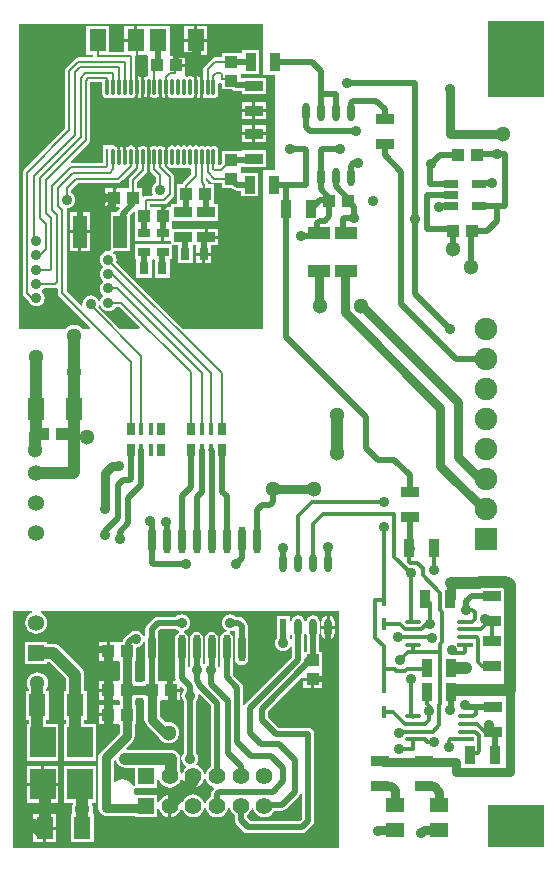
<source format=gtl>
G04 Layer_Physical_Order=1*
G04 Layer_Color=255*
%FSLAX44Y44*%
%MOMM*%
G71*
G01*
G75*
%ADD10R,1.0000X1.1000*%
%ADD11O,0.2794X1.4000*%
%ADD12R,0.2794X1.4000*%
%ADD13R,1.5000X0.9000*%
%ADD14R,0.9000X1.5000*%
%ADD15R,0.7000X1.1000*%
%ADD16R,0.4500X1.1000*%
%ADD17R,1.4986X1.1938*%
%ADD18R,0.4500X1.0500*%
%ADD19R,1.8500X1.1000*%
%ADD20R,0.8000X1.0500*%
%ADD21R,1.0500X0.8000*%
%ADD22R,2.1844X2.5970*%
%ADD23O,0.6000X1.5500*%
%ADD24R,0.6000X1.5500*%
%ADD25O,0.6000X2.3000*%
%ADD26R,1.3500X0.4191*%
%ADD27O,1.3500X0.4191*%
%ADD28R,1.3000X0.7000*%
%ADD29R,1.4500X1.9000*%
%ADD30R,1.1000X1.0000*%
%ADD31R,1.1500X2.8000*%
%ADD32C,0.5000*%
%ADD33C,0.7500*%
%ADD34C,1.0000*%
%ADD35C,0.3000*%
%ADD36C,0.2000*%
%ADD37R,4.7000X3.6000*%
%ADD38R,4.8000X6.5000*%
%ADD39C,1.9000*%
%ADD40R,1.9000X1.9000*%
%ADD41C,1.3600*%
%ADD42R,1.3600X1.3600*%
%ADD43R,1.4000X1.4000*%
%ADD44C,1.4000*%
%ADD45C,1.3000*%
%ADD46C,0.9000*%
G36*
X148464Y525188D02*
X150000Y524883D01*
X150409Y524964D01*
X151391Y524159D01*
Y519495D01*
X144448Y512552D01*
X143665Y511381D01*
X143598Y511040D01*
X139460D01*
Y494960D01*
X138364Y494540D01*
X133960D01*
Y492040D01*
X128270D01*
Y484000D01*
X125730D01*
Y492040D01*
X119460D01*
Y492040D01*
X118540D01*
Y492040D01*
X116569D01*
Y494351D01*
X128330D01*
X129712Y494625D01*
X130883Y495408D01*
X135592Y500117D01*
X136375Y501288D01*
X136649Y502670D01*
Y517403D01*
X136649Y517403D01*
X136375Y518785D01*
X135592Y519956D01*
X131887Y523661D01*
X132162Y525013D01*
X133095Y525435D01*
X133464Y525188D01*
X135000Y524883D01*
X136536Y525188D01*
X137500Y525832D01*
X138464Y525188D01*
X140000Y524883D01*
X141536Y525188D01*
X142500Y525832D01*
X143464Y525188D01*
X145000Y524883D01*
X146536Y525188D01*
X147500Y525832D01*
X148464Y525188D01*
D02*
G37*
G36*
X105000Y524883D02*
X105604Y523708D01*
X99448Y517552D01*
X98665Y516381D01*
X98391Y515000D01*
Y508040D01*
X94810D01*
X94460Y508040D01*
Y508040D01*
X93540D01*
Y508040D01*
X87270D01*
Y500000D01*
Y491960D01*
X90033D01*
X90520Y490787D01*
X89366Y489634D01*
X88252Y487966D01*
X88168Y487540D01*
X82960D01*
Y455624D01*
X81690Y454510D01*
X81000Y454601D01*
X79162Y454359D01*
X77450Y453649D01*
X75979Y452521D01*
X74851Y451050D01*
X74141Y449338D01*
X73899Y447500D01*
X74141Y445662D01*
X74851Y443950D01*
X75979Y442479D01*
X76538Y442050D01*
Y440449D01*
X75979Y440020D01*
X74850Y438549D01*
X74141Y436837D01*
X73899Y434999D01*
X74141Y433161D01*
X74850Y431449D01*
X75979Y429978D01*
X76427Y429634D01*
Y428364D01*
X75979Y428020D01*
X74850Y426549D01*
X74141Y424837D01*
X73899Y422999D01*
X74141Y421161D01*
X74850Y419449D01*
X75979Y417978D01*
X76427Y417634D01*
Y416364D01*
X75979Y416020D01*
X74850Y414549D01*
X74141Y412837D01*
X74047Y412126D01*
X73650Y412030D01*
X72760Y412076D01*
X72149Y413550D01*
X71021Y415021D01*
X69550Y416149D01*
X67838Y416859D01*
X66000Y417101D01*
X64162Y416859D01*
X62450Y416149D01*
X60979Y415021D01*
X59851Y413550D01*
X59141Y411838D01*
X58899Y410000D01*
X59051Y408850D01*
X57848Y408257D01*
X45609Y420495D01*
Y489000D01*
X45472Y489688D01*
X45638Y490069D01*
X46338Y490912D01*
X46417Y490954D01*
X47838Y491141D01*
X49550Y491851D01*
X51021Y492979D01*
X52149Y494450D01*
X52859Y496162D01*
X53101Y498000D01*
X52859Y499838D01*
X52149Y501550D01*
X51021Y503021D01*
X49609Y504104D01*
Y506505D01*
X55495Y512391D01*
X89579D01*
X90961Y512665D01*
X92132Y513448D01*
X102552Y523868D01*
X102738Y524146D01*
X103464Y525188D01*
X105000Y524883D01*
D02*
G37*
G36*
X212000Y604000D02*
X222000D01*
Y523000D01*
X212000D01*
Y389000D01*
X144104D01*
X87737Y445368D01*
X87859Y445662D01*
X88101Y447500D01*
X87859Y449338D01*
X87149Y451050D01*
X86021Y452521D01*
X85149Y453190D01*
X85580Y454460D01*
X99540D01*
Y485273D01*
X102287Y488019D01*
X103460Y487533D01*
Y476290D01*
X103210D01*
Y463210D01*
X118790D01*
Y463210D01*
X119210D01*
Y463210D01*
X125730D01*
Y469750D01*
X128270D01*
Y463210D01*
X133960D01*
Y460790D01*
X120060D01*
X119210Y460790D01*
X117940Y460790D01*
X103210D01*
Y447710D01*
X104710D01*
Y432210D01*
X117790D01*
Y446812D01*
X118688Y447710D01*
X119312D01*
X120210Y446812D01*
Y432210D01*
X133290D01*
Y447710D01*
X134790D01*
Y459460D01*
X139710D01*
Y444210D01*
X152790D01*
Y459460D01*
X155210D01*
Y453270D01*
X161750D01*
X168290D01*
Y459460D01*
X174040D01*
Y465230D01*
X164000D01*
Y466500D01*
X162730D01*
Y473540D01*
X134790D01*
Y476290D01*
X134540D01*
Y480460D01*
X174040D01*
Y494540D01*
X171636D01*
X170540Y494960D01*
Y511040D01*
X165601D01*
X165335Y512381D01*
X164552Y513552D01*
X163609Y514495D01*
Y516167D01*
X164783Y516653D01*
X167988Y513448D01*
X169159Y512665D01*
X170540Y512391D01*
X176960D01*
Y508460D01*
X185273D01*
X186366Y507366D01*
X188034Y506252D01*
X190000Y505861D01*
X193460D01*
Y500960D01*
X207540D01*
Y521040D01*
X193460D01*
X193040Y522136D01*
Y523540D01*
X193040Y523540D01*
Y524460D01*
X193040D01*
X193040Y524810D01*
Y525725D01*
X194213Y525960D01*
Y525960D01*
X214293D01*
Y540040D01*
X194213D01*
Y539775D01*
X193040Y539540D01*
Y539540D01*
X176960D01*
Y529064D01*
X175216Y527320D01*
X173908Y527704D01*
X173812Y527879D01*
X174014Y528897D01*
Y540103D01*
X173709Y541639D01*
X172838Y542941D01*
X171536Y543812D01*
X170000Y544117D01*
X168464Y543812D01*
X167500Y543168D01*
X166536Y543812D01*
X165000Y544117D01*
X163464Y543812D01*
X162500Y543167D01*
X161536Y543812D01*
X160000Y544117D01*
X158464Y543812D01*
X157500Y543168D01*
X156536Y543812D01*
X155000Y544117D01*
X153464Y543812D01*
X152500Y543168D01*
X151536Y543812D01*
X150000Y544117D01*
X148464Y543812D01*
X147500Y543167D01*
X146536Y543812D01*
X145000Y544117D01*
X143464Y543812D01*
X142500Y543168D01*
X141536Y543812D01*
X140000Y544117D01*
X138464Y543812D01*
X137500Y543167D01*
X136536Y543812D01*
X135000Y544117D01*
X133464Y543812D01*
X132500Y543168D01*
X131536Y543812D01*
X131270Y543865D01*
Y541534D01*
X130985Y540103D01*
Y534500D01*
X129015D01*
Y540103D01*
X128730Y541534D01*
Y543865D01*
X128464Y543812D01*
X127500Y543168D01*
X126536Y543812D01*
X125000Y544117D01*
X123464Y543812D01*
X122500Y543167D01*
X121536Y543812D01*
X120000Y544117D01*
X118464Y543812D01*
X117500Y543168D01*
X116536Y543812D01*
X116270Y543865D01*
Y541534D01*
X115985Y540103D01*
Y534500D01*
Y528897D01*
X116270Y527466D01*
Y524258D01*
X116391Y524159D01*
Y524023D01*
X116665Y522642D01*
X117448Y521471D01*
X121391Y517528D01*
Y512104D01*
X119979Y511021D01*
X118851Y509550D01*
X118141Y507838D01*
X117899Y506000D01*
X118141Y504162D01*
X118689Y502839D01*
X118071Y501569D01*
X112960D01*
X111579Y501295D01*
X110810Y500781D01*
X109574Y501311D01*
X109540Y501343D01*
Y508040D01*
X105609D01*
Y513505D01*
X112552Y520448D01*
X113335Y521619D01*
X113609Y523000D01*
Y524159D01*
X113730Y524258D01*
Y527466D01*
X114015Y528897D01*
Y534500D01*
Y540103D01*
X113730Y541534D01*
Y543865D01*
X113464Y543812D01*
X112500Y543167D01*
X111536Y543812D01*
X110000Y544117D01*
X108464Y543812D01*
X107500Y543168D01*
X106536Y543812D01*
X106270Y543865D01*
Y541534D01*
X105985Y540103D01*
Y534500D01*
X104015D01*
Y540103D01*
X103730Y541534D01*
Y543865D01*
X103464Y543812D01*
X102500Y543168D01*
X101536Y543812D01*
X100000Y544117D01*
X98464Y543812D01*
X97500Y543167D01*
X96536Y543812D01*
X96270Y543865D01*
Y541534D01*
X95985Y540103D01*
Y534500D01*
X93730D01*
Y543865D01*
X93464Y543812D01*
X92500Y543168D01*
X91536Y543812D01*
X91270Y543865D01*
Y534500D01*
X89015D01*
Y540103D01*
X88730Y541534D01*
Y543865D01*
X88464Y543812D01*
X87500Y543167D01*
X86536Y543812D01*
X85191Y544079D01*
X85000Y544117D01*
X83937Y544040D01*
Y544040D01*
X76063D01*
Y529609D01*
X49510D01*
X48972Y530868D01*
X64552Y546448D01*
X65335Y547619D01*
X65609Y549000D01*
Y597391D01*
X75986D01*
Y587897D01*
X76291Y586361D01*
X77162Y585059D01*
X78464Y584188D01*
X80000Y583883D01*
X81536Y584188D01*
X82500Y584832D01*
X83464Y584188D01*
X85000Y583883D01*
X86536Y584188D01*
X87500Y584832D01*
X88464Y584188D01*
X90000Y583883D01*
X91536Y584188D01*
X92500Y584832D01*
X93464Y584188D01*
X95000Y583883D01*
X96536Y584188D01*
X97500Y584832D01*
X98464Y584188D01*
X100000Y583883D01*
X101536Y584188D01*
X102500Y584832D01*
X103464Y584188D01*
X103730Y584136D01*
Y586466D01*
X104015Y587897D01*
Y593500D01*
Y599103D01*
X103730Y600534D01*
Y603742D01*
X103609Y603842D01*
Y619960D01*
X103606Y619978D01*
X104411Y620960D01*
X113615D01*
X114460Y620040D01*
Y603960D01*
X113939Y602906D01*
X113464Y602812D01*
X112500Y602168D01*
X111536Y602812D01*
X111270Y602864D01*
Y593500D01*
Y584136D01*
X111536Y584188D01*
X112500Y584832D01*
X113464Y584188D01*
X113730Y584136D01*
Y593500D01*
X115985D01*
Y587897D01*
X116270Y586466D01*
Y584136D01*
X116536Y584188D01*
X117500Y584832D01*
X118464Y584188D01*
X120000Y583883D01*
X121536Y584188D01*
X122500Y584832D01*
X123464Y584188D01*
X123730Y584136D01*
Y586466D01*
X124015Y587897D01*
Y593500D01*
X126270D01*
Y584136D01*
X126536Y584188D01*
X127500Y584832D01*
X128464Y584188D01*
X128730Y584136D01*
Y593500D01*
X130985D01*
Y587897D01*
X131270Y586466D01*
Y584136D01*
X131536Y584188D01*
X132500Y584832D01*
X133464Y584188D01*
X135000Y583883D01*
X136536Y584188D01*
X137500Y584832D01*
X138464Y584188D01*
X140000Y583883D01*
X141536Y584188D01*
X142500Y584832D01*
X143464Y584188D01*
X145000Y583883D01*
X146536Y584188D01*
X147500Y584832D01*
X148464Y584188D01*
X150000Y583883D01*
X151536Y584188D01*
X152500Y584832D01*
X153464Y584188D01*
X153730Y584136D01*
Y586466D01*
X154015Y587897D01*
Y593500D01*
Y599103D01*
X153730Y600534D01*
Y602864D01*
X153464Y602812D01*
X152500Y602168D01*
X151536Y602812D01*
X150000Y603117D01*
X148464Y602812D01*
X147500Y602168D01*
X146536Y602812D01*
X146061Y602906D01*
X145540Y603960D01*
X145540Y604305D01*
Y610730D01*
X138000D01*
Y612000D01*
X136730D01*
Y620040D01*
X133635D01*
X132790Y620960D01*
X132790Y621310D01*
Y645040D01*
X105270D01*
Y633000D01*
X104000D01*
Y631730D01*
X94210D01*
Y623609D01*
X81790D01*
Y645040D01*
X62210D01*
Y620960D01*
X67947D01*
X68259Y619690D01*
X67372Y618609D01*
X55580D01*
X54198Y618335D01*
X53027Y617552D01*
X45448Y609973D01*
X44665Y608802D01*
X44391Y607421D01*
Y558495D01*
X9408Y523512D01*
X8625Y522341D01*
X8351Y520960D01*
Y419040D01*
X8625Y417659D01*
X9408Y416488D01*
X13430Y412466D01*
X13851Y411450D01*
X14979Y409979D01*
X16450Y408851D01*
X18162Y408141D01*
X20000Y407899D01*
X21838Y408141D01*
X23550Y408851D01*
X25021Y409979D01*
X26149Y411450D01*
X26859Y413162D01*
X27101Y415000D01*
X26859Y416838D01*
X26149Y418550D01*
X25021Y420021D01*
X24573Y420365D01*
Y421635D01*
X25021Y421978D01*
X26104Y423390D01*
X35999D01*
X37121Y423613D01*
X38391Y422929D01*
Y419000D01*
X38665Y417619D01*
X39448Y416448D01*
X65722Y390173D01*
X65236Y389000D01*
X58791D01*
X58447Y389447D01*
X56559Y390896D01*
X54360Y391807D01*
X52000Y392118D01*
X49640Y391807D01*
X47441Y390896D01*
X45553Y389447D01*
X45209Y389000D01*
X5000D01*
Y647000D01*
X212000D01*
Y604000D01*
D02*
G37*
G36*
X276000Y-51000D02*
X500D01*
Y150000D01*
X16417D01*
X16669Y148730D01*
X15290Y148159D01*
X13339Y146661D01*
X11842Y144710D01*
X10900Y142438D01*
X10579Y140000D01*
X10900Y137562D01*
X11842Y135290D01*
X13339Y133339D01*
X15290Y131841D01*
X17562Y130900D01*
X20000Y130579D01*
X22438Y130900D01*
X24710Y131841D01*
X26661Y133339D01*
X28159Y135290D01*
X29100Y137562D01*
X29421Y140000D01*
X29100Y142438D01*
X28159Y144710D01*
X26661Y146661D01*
X24710Y148159D01*
X23331Y148730D01*
X23583Y150000D01*
X276000D01*
Y-51000D01*
D02*
G37*
G36*
X74240Y408923D02*
X74850Y407449D01*
X75979Y405978D01*
X77449Y404850D01*
X79162Y404140D01*
X81000Y403898D01*
X82838Y404140D01*
X84550Y404850D01*
X86021Y405978D01*
X87104Y407390D01*
X90506D01*
X107722Y390173D01*
X107236Y389000D01*
X91104D01*
X72590Y407514D01*
X72859Y408162D01*
X72952Y408873D01*
X73349Y408970D01*
X74240Y408923D01*
D02*
G37*
%LPC*%
G36*
X84730Y498730D02*
X78460D01*
Y491960D01*
X84730D01*
Y498730D01*
D02*
G37*
G36*
X65040Y469730D02*
X58020D01*
Y454460D01*
X65040D01*
Y469730D01*
D02*
G37*
G36*
X55480Y487540D02*
X48460D01*
Y472270D01*
X55480D01*
Y487540D01*
D02*
G37*
G36*
X65040D02*
X58020D01*
Y472270D01*
X65040D01*
Y487540D01*
D02*
G37*
G36*
X55480Y469730D02*
X48460D01*
Y454460D01*
X55480D01*
Y469730D01*
D02*
G37*
G36*
X84730Y508040D02*
X78460D01*
Y501270D01*
X84730D01*
Y508040D01*
D02*
G37*
G36*
X202983Y580540D02*
X194213D01*
Y574770D01*
X202983D01*
Y580540D01*
D02*
G37*
G36*
X214293D02*
X205523D01*
Y574770D01*
X214293D01*
Y580540D01*
D02*
G37*
G36*
X106270Y602864D02*
Y593500D01*
Y584136D01*
X106536Y584188D01*
X107500Y584832D01*
X108464Y584188D01*
X108730Y584136D01*
Y593500D01*
Y602864D01*
X108464Y602812D01*
X107500Y602168D01*
X106536Y602812D01*
X106270Y602864D01*
D02*
G37*
G36*
X214293Y572230D02*
X205523D01*
Y566460D01*
X214293D01*
Y572230D01*
D02*
G37*
G36*
X202983Y561040D02*
X194213D01*
Y555270D01*
X202983D01*
Y561040D01*
D02*
G37*
G36*
X214293D02*
X205523D01*
Y555270D01*
X214293D01*
Y561040D01*
D02*
G37*
G36*
X202983Y572230D02*
X194213D01*
Y566460D01*
X202983D01*
Y572230D01*
D02*
G37*
G36*
X102730Y645040D02*
X94210D01*
Y634270D01*
X102730D01*
Y645040D01*
D02*
G37*
G36*
X153730D02*
X145210D01*
Y634270D01*
X153730D01*
Y645040D01*
D02*
G37*
G36*
X164790D02*
X156270D01*
Y634270D01*
X164790D01*
Y645040D01*
D02*
G37*
G36*
X153730Y631730D02*
X145210D01*
X145210Y621558D01*
D01*
X145210Y620960D01*
X144365Y620040D01*
X144270Y620040D01*
X139270D01*
Y613270D01*
X145540D01*
X145540Y619442D01*
D01*
X145540Y620040D01*
X146385Y620960D01*
X146480Y620960D01*
X153730D01*
Y631730D01*
D02*
G37*
G36*
X156270Y602864D02*
Y593500D01*
Y584136D01*
X156536Y584188D01*
X157500Y584832D01*
X158464Y584188D01*
X158730Y584136D01*
Y593500D01*
Y602864D01*
X158464Y602812D01*
X157500Y602168D01*
X156536Y602812D01*
X156270Y602864D01*
D02*
G37*
G36*
X208540Y625040D02*
X194460D01*
Y620139D01*
X193040D01*
Y622540D01*
X176960D01*
Y618609D01*
X171000D01*
X171000Y618609D01*
X169619Y618335D01*
X168448Y617552D01*
X162448Y611552D01*
X161665Y610381D01*
X161391Y609000D01*
Y603842D01*
X161270Y603742D01*
Y600534D01*
X160985Y599103D01*
Y593500D01*
Y587897D01*
X161270Y586466D01*
Y584136D01*
X161536Y584188D01*
X162500Y584832D01*
X163464Y584188D01*
X165000Y583883D01*
X166536Y584188D01*
X167500Y584832D01*
X168464Y584188D01*
X170000Y583883D01*
X171536Y584188D01*
X172838Y585059D01*
X173709Y586361D01*
X174014Y587897D01*
Y596210D01*
X175284Y596889D01*
X175619Y596665D01*
X176960Y596399D01*
Y591460D01*
X185273D01*
X185366Y591366D01*
X187034Y590252D01*
X189000Y589861D01*
X194213D01*
Y587460D01*
X214293D01*
Y601540D01*
X194213D01*
Y601540D01*
X193040Y601775D01*
Y606190D01*
X193040Y606540D01*
X193040D01*
Y607460D01*
X193040D01*
Y609861D01*
X194460D01*
Y604960D01*
X208540D01*
Y625040D01*
D02*
G37*
G36*
X164790Y631730D02*
X156270D01*
Y620960D01*
X164790D01*
Y631730D01*
D02*
G37*
G36*
X174040Y473540D02*
X165270D01*
Y467770D01*
X174040D01*
Y473540D01*
D02*
G37*
G36*
X214293Y552730D02*
X205523D01*
Y546960D01*
X214293D01*
Y552730D01*
D02*
G37*
G36*
X160480Y450730D02*
X155210D01*
Y444210D01*
X160480D01*
Y450730D01*
D02*
G37*
G36*
X202983Y552730D02*
X194213D01*
Y546960D01*
X202983D01*
Y552730D01*
D02*
G37*
G36*
X168290Y450730D02*
X163020D01*
Y444210D01*
X168290D01*
Y450730D01*
D02*
G37*
G36*
X262040Y90730D02*
X255270D01*
Y84460D01*
X262040D01*
Y90730D01*
D02*
G37*
G36*
X184000Y147101D02*
X182162Y146859D01*
X180450Y146149D01*
X178979Y145021D01*
X177851Y143550D01*
X177141Y141838D01*
X176899Y140000D01*
X177141Y138162D01*
X177851Y136450D01*
X178979Y134979D01*
X180450Y133851D01*
X181061Y133597D01*
X181061Y133500D01*
X180771Y132343D01*
X178888Y131969D01*
X177056Y130744D01*
X175831Y128912D01*
X175401Y126750D01*
Y109750D01*
X175831Y107588D01*
X175911Y107469D01*
Y102615D01*
X174641Y102363D01*
X174149Y103550D01*
X173489Y104411D01*
Y107469D01*
X173569Y107588D01*
X173999Y109750D01*
Y126750D01*
X173569Y128912D01*
X172344Y130744D01*
X170512Y131969D01*
X168350Y132399D01*
X166188Y131969D01*
X164356Y130744D01*
X163131Y128912D01*
X162701Y126750D01*
Y109750D01*
X163131Y107588D01*
X163211Y107469D01*
Y105199D01*
X162979Y105021D01*
X162916Y104939D01*
X161502Y104876D01*
X160789Y105604D01*
Y107469D01*
X160869Y107588D01*
X161299Y109750D01*
Y126750D01*
X160869Y128912D01*
X159644Y130744D01*
X157812Y131969D01*
X155650Y132399D01*
X153488Y131969D01*
X151656Y130744D01*
X150431Y128912D01*
X150001Y126750D01*
Y109750D01*
X150431Y107588D01*
X150511Y107469D01*
Y104411D01*
X149851Y103550D01*
X149359Y102363D01*
X148089Y102616D01*
Y107469D01*
X148169Y107588D01*
X148598Y109750D01*
Y126750D01*
X148169Y128912D01*
X146944Y130744D01*
X145131Y131956D01*
X145112Y132031D01*
X145126Y133261D01*
X146550Y133851D01*
X148021Y134979D01*
X149149Y136450D01*
X149859Y138162D01*
X150101Y140000D01*
X149859Y141838D01*
X149149Y143550D01*
X148021Y145021D01*
X146550Y146149D01*
X144838Y146859D01*
X143000Y147101D01*
X141162Y146859D01*
X139450Y146149D01*
X138132Y145139D01*
X123000D01*
X121033Y144748D01*
X119366Y143634D01*
X113916Y138184D01*
X112802Y136517D01*
X112411Y134550D01*
Y129031D01*
X112331Y128912D01*
X112137Y127934D01*
X110945Y127851D01*
X110835Y127896D01*
X110149Y129550D01*
X109021Y131021D01*
X107550Y132149D01*
X105838Y132859D01*
X104000Y133101D01*
X102162Y132859D01*
X100450Y132149D01*
X98979Y131021D01*
X98491Y130385D01*
X97366Y129634D01*
X94366Y126634D01*
X93252Y124966D01*
X93068Y124040D01*
X89810D01*
X89460Y124040D01*
X88540D01*
X88190Y124040D01*
X82270D01*
Y116000D01*
Y107960D01*
X88190D01*
X88540Y107960D01*
X89460D01*
X90587Y107012D01*
Y91938D01*
X89689Y91040D01*
X88540D01*
X88190Y91040D01*
X82270D01*
Y83000D01*
Y74960D01*
X88190D01*
X88540Y74960D01*
X89460D01*
X90587Y74012D01*
Y70938D01*
X89689Y70040D01*
X88540D01*
X88190Y70040D01*
X82270D01*
Y62000D01*
Y53960D01*
X88190D01*
X88540Y53960D01*
X89460D01*
X90587Y53012D01*
Y46656D01*
X74465Y30535D01*
X73075Y28454D01*
X72587Y26000D01*
Y-17000D01*
X73075Y-19454D01*
X74465Y-21535D01*
X76546Y-22925D01*
X79000Y-23413D01*
X103460D01*
Y-24540D01*
X122540D01*
Y-17995D01*
X123810Y-17743D01*
X124667Y-19811D01*
X126196Y-21804D01*
X128189Y-23333D01*
X130510Y-24294D01*
X131730Y-24455D01*
Y-15000D01*
Y-5545D01*
X130510Y-5706D01*
X128189Y-6667D01*
X126196Y-8196D01*
X124667Y-10189D01*
X123810Y-12257D01*
X122540Y-12005D01*
Y-5460D01*
X104044D01*
X102900Y-4422D01*
X103127Y-2700D01*
X102844Y-555D01*
X103736Y368D01*
X103933Y460D01*
X122540D01*
Y7005D01*
X123810Y7258D01*
X124667Y5189D01*
X126196Y3196D01*
X128189Y1667D01*
X130510Y706D01*
X133000Y378D01*
X135491Y706D01*
X137811Y1667D01*
X139804Y3196D01*
X141333Y5189D01*
X142295Y7510D01*
X142360Y8004D01*
X143640D01*
X143706Y7510D01*
X144667Y5189D01*
X146196Y3196D01*
X148189Y1667D01*
X150510Y706D01*
X151730Y545D01*
Y10000D01*
X154270D01*
Y545D01*
X155490Y706D01*
X157811Y1667D01*
X159804Y3196D01*
X161333Y5189D01*
X162294Y7510D01*
X162360Y8004D01*
X163640D01*
X163706Y7510D01*
X164667Y5189D01*
X166196Y3196D01*
X168189Y1667D01*
X169896Y960D01*
X170242Y-16D01*
X170261Y-396D01*
X170239Y-493D01*
X169366Y-1366D01*
X168252Y-3034D01*
X167861Y-5000D01*
Y-6918D01*
X166196Y-8196D01*
X164667Y-10189D01*
X163706Y-12510D01*
X163640Y-13004D01*
X162360D01*
X162294Y-12510D01*
X161333Y-10189D01*
X159804Y-8196D01*
X157811Y-6667D01*
X155490Y-5706D01*
X153000Y-5378D01*
X150510Y-5706D01*
X148189Y-6667D01*
X146196Y-8196D01*
X144667Y-10189D01*
X143706Y-12510D01*
X143640Y-13004D01*
X142360D01*
X142295Y-12510D01*
X141333Y-10189D01*
X139804Y-8196D01*
X137811Y-6667D01*
X135491Y-5706D01*
X134270Y-5545D01*
Y-15000D01*
Y-24455D01*
X135491Y-24294D01*
X137811Y-23333D01*
X139804Y-21804D01*
X141333Y-19811D01*
X142295Y-17490D01*
X142360Y-16996D01*
X143640D01*
X143706Y-17490D01*
X144667Y-19811D01*
X146196Y-21804D01*
X148189Y-23333D01*
X150510Y-24294D01*
X153000Y-24622D01*
X155490Y-24294D01*
X157811Y-23333D01*
X159804Y-21804D01*
X161333Y-19811D01*
X162294Y-17490D01*
X162360Y-16996D01*
X163640D01*
X163706Y-17490D01*
X164667Y-19811D01*
X166196Y-21804D01*
X168189Y-23333D01*
X170510Y-24294D01*
X173000Y-24622D01*
X175490Y-24294D01*
X177811Y-23333D01*
X179804Y-21804D01*
X181333Y-19811D01*
X182295Y-17490D01*
X182360Y-16996D01*
X183640D01*
X183706Y-17490D01*
X184667Y-19811D01*
X186196Y-21804D01*
X187861Y-23082D01*
Y-27000D01*
X188252Y-28967D01*
X189366Y-30634D01*
X195366Y-36634D01*
X197034Y-37748D01*
X199000Y-38139D01*
X245000D01*
X246966Y-37748D01*
X248634Y-36634D01*
X253634Y-31634D01*
X254748Y-29966D01*
X255139Y-28000D01*
Y46000D01*
X254748Y47966D01*
X253634Y49634D01*
X251966Y50748D01*
X250000Y51139D01*
X225128D01*
X216139Y60128D01*
Y65208D01*
X244787Y93856D01*
X245960Y93370D01*
Y93270D01*
X254000D01*
X262040D01*
Y99540D01*
X262040Y99540D01*
Y100460D01*
X262040D01*
X262040Y100810D01*
Y115540D01*
X259489D01*
Y128719D01*
X259569Y128838D01*
X259998Y131000D01*
Y140500D01*
X259569Y142662D01*
X258344Y144494D01*
X256512Y145719D01*
X254350Y146149D01*
X252188Y145719D01*
X250356Y144494D01*
X249132Y142662D01*
X248701Y140500D01*
Y131000D01*
X249132Y128838D01*
X249211Y128719D01*
Y115540D01*
X246789D01*
Y128719D01*
X246869Y128838D01*
X247299Y131000D01*
Y140500D01*
X246869Y142662D01*
X245644Y144494D01*
X243812Y145719D01*
X241650Y146149D01*
X239488Y145719D01*
X237656Y144494D01*
X236432Y142662D01*
X236001Y140500D01*
Y131000D01*
X236432Y128838D01*
X236511Y128719D01*
Y126581D01*
X235241Y126329D01*
X235149Y126550D01*
X234490Y127410D01*
Y146040D01*
X223410D01*
Y127280D01*
X222851Y126550D01*
X222141Y124838D01*
X221899Y123000D01*
X222141Y121162D01*
X222851Y119450D01*
X223979Y117979D01*
X225450Y116851D01*
X227162Y116141D01*
X229000Y115899D01*
X230838Y116141D01*
X232550Y116851D01*
X234021Y117979D01*
X235149Y119450D01*
X235241Y119671D01*
X236511Y119419D01*
Y110779D01*
X197366Y71634D01*
X196409Y70200D01*
X195255Y70365D01*
X195139Y70412D01*
Y80000D01*
Y85000D01*
X194748Y86966D01*
X193634Y88634D01*
X186189Y96079D01*
Y107469D01*
X186269Y107588D01*
X186698Y109750D01*
Y126750D01*
X186269Y128912D01*
X185044Y130744D01*
X183671Y131662D01*
X183945Y132692D01*
X184088Y132911D01*
X185838Y133141D01*
X187341Y133764D01*
X188611Y133252D01*
Y129031D01*
X188531Y128912D01*
X188102Y126750D01*
Y109750D01*
X188531Y107588D01*
X189756Y105756D01*
X191588Y104531D01*
X193750Y104101D01*
X195912Y104531D01*
X197744Y105756D01*
X198969Y107588D01*
X199398Y109750D01*
Y126750D01*
X198969Y128912D01*
X198889Y129031D01*
Y137250D01*
X198498Y139216D01*
X197384Y140884D01*
X194634Y143634D01*
X192966Y144748D01*
X191000Y145139D01*
X188867D01*
X187550Y146149D01*
X185838Y146859D01*
X184000Y147101D01*
D02*
G37*
G36*
X79730Y91040D02*
X73460D01*
Y84270D01*
X79730D01*
Y91040D01*
D02*
G37*
G36*
X252730Y90730D02*
X245960D01*
Y84460D01*
X252730D01*
Y90730D01*
D02*
G37*
G36*
X272698Y134480D02*
X268320D01*
Y125604D01*
X269212Y125781D01*
X271044Y127006D01*
X272269Y128838D01*
X272698Y131000D01*
Y134480D01*
D02*
G37*
G36*
X265780Y145896D02*
X264888Y145719D01*
X263056Y144494D01*
X261831Y142662D01*
X261402Y140500D01*
Y137020D01*
X265780D01*
Y145896D01*
D02*
G37*
G36*
X268320D02*
Y137020D01*
X272698D01*
Y140500D01*
X272269Y142662D01*
X271044Y144494D01*
X269212Y145719D01*
X268320Y145896D01*
D02*
G37*
G36*
X79730Y114730D02*
X73460D01*
Y107960D01*
X79730D01*
Y114730D01*
D02*
G37*
G36*
Y124040D02*
X73460D01*
Y117270D01*
X79730D01*
Y124040D01*
D02*
G37*
G36*
X265780Y134480D02*
X261402D01*
Y131000D01*
X261831Y128838D01*
X263056Y127006D01*
X264888Y125781D01*
X265780Y125604D01*
Y134480D01*
D02*
G37*
G36*
X36790Y-21960D02*
X28270D01*
Y-32730D01*
X36790D01*
Y-21960D01*
D02*
G37*
G36*
X23982Y1950D02*
X11790D01*
Y-12305D01*
X23982D01*
Y1950D01*
D02*
G37*
G36*
X38714D02*
X26522D01*
Y-12305D01*
X38714D01*
Y1950D01*
D02*
G37*
G36*
X25730Y-21960D02*
X17210D01*
Y-32730D01*
X25730D01*
Y-21960D01*
D02*
G37*
G36*
Y-35270D02*
X17210D01*
Y-46040D01*
X25730D01*
Y-35270D01*
D02*
G37*
G36*
X36790D02*
X28270D01*
Y-46040D01*
X36790D01*
Y-35270D01*
D02*
G37*
G36*
X70210Y18745D02*
X43286D01*
Y-12305D01*
X50374D01*
X50858Y-13058D01*
X51048Y-13575D01*
X50193Y-15640D01*
X49882Y-18000D01*
X50193Y-20360D01*
X50418Y-20904D01*
X49713Y-21960D01*
X49210D01*
Y-46040D01*
X68790D01*
Y-21960D01*
X68288D01*
X67582Y-20904D01*
X67807Y-20360D01*
X68118Y-18000D01*
X67807Y-15640D01*
X66952Y-13575D01*
X67143Y-13058D01*
X67625Y-12305D01*
X70210D01*
Y18745D01*
D02*
G37*
G36*
X79730Y60730D02*
X73460D01*
Y53960D01*
X79730D01*
Y60730D01*
D02*
G37*
G36*
Y70040D02*
X73460D01*
Y63270D01*
X79730D01*
Y70040D01*
D02*
G37*
G36*
X79730Y81730D02*
X73460D01*
Y74960D01*
X79730D01*
Y81730D01*
D02*
G37*
G36*
X29340Y123940D02*
X10660D01*
Y105260D01*
X29340D01*
Y106995D01*
X31250D01*
X45395Y92850D01*
Y82040D01*
X43210D01*
Y57960D01*
X45395D01*
Y54305D01*
X43286D01*
Y23255D01*
X70210D01*
Y54305D01*
X60605D01*
Y57960D01*
X62790D01*
Y82040D01*
X60605D01*
Y96000D01*
X60346Y97968D01*
X59586Y99803D01*
X58378Y101378D01*
X39778Y119978D01*
X38203Y121186D01*
X36368Y121946D01*
X34400Y122205D01*
X29340D01*
Y123940D01*
D02*
G37*
G36*
X23982Y18745D02*
X11790D01*
Y4490D01*
X23982D01*
Y18745D01*
D02*
G37*
G36*
X38714D02*
X26522D01*
Y4490D01*
X38714D01*
Y18745D01*
D02*
G37*
G36*
X21000Y98118D02*
X18640Y97807D01*
X16441Y96896D01*
X14553Y95447D01*
X13104Y93559D01*
X12193Y91360D01*
X11882Y89000D01*
X12193Y86640D01*
X13104Y84441D01*
X13395Y84061D01*
Y82040D01*
X11210D01*
Y57960D01*
X13395D01*
Y54305D01*
X11790D01*
Y23255D01*
X38714D01*
Y54305D01*
X28605D01*
Y57960D01*
X30790D01*
Y82040D01*
X28605D01*
Y84061D01*
X28896Y84441D01*
X29807Y86640D01*
X30118Y89000D01*
X29807Y91360D01*
X28896Y93559D01*
X27447Y95447D01*
X25559Y96896D01*
X23360Y97807D01*
X21000Y98118D01*
D02*
G37*
%LPD*%
G36*
X244745Y-5365D02*
X244861Y-5412D01*
Y-25872D01*
X242871Y-27861D01*
X201129D01*
X198139Y-24871D01*
Y-23082D01*
X199804Y-21804D01*
X201333Y-19811D01*
X202294Y-17490D01*
X202360Y-16996D01*
X203640D01*
X203706Y-17490D01*
X204667Y-19811D01*
X206196Y-21804D01*
X208189Y-23333D01*
X210510Y-24294D01*
X213000Y-24622D01*
X215490Y-24294D01*
X217811Y-23333D01*
X219804Y-21804D01*
X221333Y-19811D01*
X221612Y-19139D01*
X228000D01*
X229967Y-18748D01*
X231634Y-17634D01*
X242634Y-6634D01*
X243591Y-5200D01*
X244745Y-5365D01*
D02*
G37*
G36*
X167861Y69872D02*
Y18082D01*
X166196Y16804D01*
X164667Y14811D01*
X163706Y12490D01*
X163640Y11996D01*
X162360D01*
X162294Y12490D01*
X161333Y14811D01*
X159804Y16804D01*
X157811Y18333D01*
X155893Y19128D01*
X155482Y20234D01*
X155479Y20577D01*
X156149Y21450D01*
X156859Y23162D01*
X157100Y25000D01*
X156859Y26838D01*
X156149Y28550D01*
X155139Y29867D01*
Y73132D01*
X156149Y74450D01*
X156859Y76162D01*
X157101Y78000D01*
X156974Y78963D01*
X158177Y79556D01*
X167861Y69872D01*
D02*
G37*
G36*
X111902Y123361D02*
Y109750D01*
X112331Y107588D01*
X112411Y107469D01*
Y91040D01*
X110460D01*
Y89413D01*
X104540D01*
Y91040D01*
X103413D01*
Y107960D01*
X104540D01*
Y118970D01*
X105838Y119141D01*
X107550Y119851D01*
X109021Y120979D01*
X110149Y122450D01*
X110632Y123613D01*
X111902Y123361D01*
D02*
G37*
G36*
X87566Y23700D02*
X87654Y23032D01*
X88414Y21198D01*
X89622Y19622D01*
X91198Y18414D01*
X93032Y17654D01*
X95000Y17395D01*
X103460D01*
Y1602D01*
X102190Y1349D01*
X101770Y2363D01*
X100161Y4461D01*
X98063Y6070D01*
X95621Y7082D01*
X93000Y7427D01*
X90379Y7082D01*
X87937Y6070D01*
X86683Y5108D01*
X85413Y5735D01*
Y23307D01*
X86367Y24107D01*
X87566Y23700D01*
D02*
G37*
G36*
X139450Y133851D02*
X140842Y133274D01*
X140789Y131975D01*
X140787Y131968D01*
X138956Y130744D01*
X137731Y128912D01*
X137302Y126750D01*
Y109750D01*
X137731Y107588D01*
X137811Y107469D01*
Y93050D01*
X137958Y92310D01*
X136916Y91040D01*
X135270D01*
Y84270D01*
X141540D01*
Y85533D01*
X142713Y86019D01*
X144861Y83871D01*
Y82868D01*
X143851Y81550D01*
X143141Y79838D01*
X142899Y78000D01*
X143141Y76162D01*
X143851Y74450D01*
X144861Y73132D01*
Y29868D01*
X143850Y28550D01*
X143141Y26838D01*
X142899Y25000D01*
X143141Y23162D01*
X143850Y21450D01*
X144979Y19979D01*
X146449Y18851D01*
X146844Y18687D01*
X147009Y17428D01*
X146196Y16804D01*
X144667Y14811D01*
X143706Y12490D01*
X143640Y11996D01*
X142360D01*
X142295Y12490D01*
X141605Y14155D01*
Y25000D01*
X141346Y26968D01*
X140586Y28802D01*
X139378Y30378D01*
X137802Y31586D01*
X135968Y32346D01*
X134000Y32605D01*
X96471D01*
X95945Y33875D01*
X101535Y39465D01*
X102925Y41546D01*
X103413Y44000D01*
Y53960D01*
X104540D01*
Y70040D01*
X103413D01*
Y74960D01*
X104540D01*
Y76587D01*
X110460D01*
Y74960D01*
X111587D01*
Y58000D01*
X112075Y55546D01*
X113465Y53465D01*
X123831Y43099D01*
X124104Y42441D01*
X125553Y40553D01*
X127441Y39104D01*
X129640Y38193D01*
X132000Y37882D01*
X134360Y38193D01*
X136559Y39104D01*
X138447Y40553D01*
X139896Y42441D01*
X140807Y44640D01*
X141118Y47000D01*
X140807Y49360D01*
X139896Y51559D01*
X138447Y53447D01*
X136559Y54896D01*
X134360Y55807D01*
X132000Y56118D01*
X129640Y55807D01*
X129373Y55697D01*
X124413Y60656D01*
Y74062D01*
X125311Y74960D01*
X126460D01*
X126810Y74960D01*
X132730D01*
Y83000D01*
Y91040D01*
X126810D01*
X126460Y91040D01*
X125540D01*
X125190Y91040D01*
X122689D01*
Y107469D01*
X122769Y107588D01*
X123198Y109750D01*
Y126750D01*
X122769Y128912D01*
X122689Y129031D01*
Y132422D01*
X125128Y134861D01*
X138132D01*
X139450Y133851D01*
D02*
G37*
%LPC*%
G36*
X141540Y81730D02*
X135270D01*
Y74960D01*
X141540D01*
Y81730D01*
D02*
G37*
%LPD*%
D10*
X26000Y300000D02*
D03*
X42000D02*
D03*
X389000Y472000D02*
D03*
X373000D02*
D03*
X393000Y536000D02*
D03*
X377000D02*
D03*
X134000Y83000D02*
D03*
X118000D02*
D03*
X284000Y497000D02*
D03*
X268000D02*
D03*
X81000Y116000D02*
D03*
X97000D02*
D03*
X138000Y612000D02*
D03*
X122000D02*
D03*
X163000Y503000D02*
D03*
X147000D02*
D03*
X81000Y62000D02*
D03*
X97000D02*
D03*
X81000Y83000D02*
D03*
X97000D02*
D03*
X127000Y484000D02*
D03*
X111000D02*
D03*
X102000Y500000D02*
D03*
X86000D02*
D03*
D11*
X170000Y593500D02*
D03*
X165000D02*
D03*
X160000D02*
D03*
X155000D02*
D03*
X150000D02*
D03*
X145000D02*
D03*
X140000D02*
D03*
X135000D02*
D03*
X130000D02*
D03*
X125000D02*
D03*
X120000D02*
D03*
X115000D02*
D03*
X110000D02*
D03*
X105000D02*
D03*
X100000D02*
D03*
X95000D02*
D03*
X90000D02*
D03*
X85000D02*
D03*
X80000D02*
D03*
X170000Y534500D02*
D03*
X165000D02*
D03*
X160000D02*
D03*
X155000D02*
D03*
X150000D02*
D03*
X145000D02*
D03*
X140000D02*
D03*
X135000D02*
D03*
X130000D02*
D03*
X125000D02*
D03*
X120000D02*
D03*
X115000D02*
D03*
X110000D02*
D03*
X105000D02*
D03*
X100000D02*
D03*
X95000D02*
D03*
X90000D02*
D03*
X85000D02*
D03*
D12*
X80000D02*
D03*
D13*
X407000Y47500D02*
D03*
Y68500D02*
D03*
X348000Y22500D02*
D03*
Y1500D02*
D03*
X311000Y22500D02*
D03*
Y1500D02*
D03*
X406000Y141500D02*
D03*
Y162500D02*
D03*
Y103500D02*
D03*
Y124500D02*
D03*
X336000Y250500D02*
D03*
Y229500D02*
D03*
X204253Y533000D02*
D03*
Y554000D02*
D03*
X164000Y487500D02*
D03*
Y466500D02*
D03*
X204253Y594500D02*
D03*
Y573500D02*
D03*
X315000Y566500D02*
D03*
Y545500D02*
D03*
X144000Y487500D02*
D03*
Y466500D02*
D03*
D14*
X370500Y160000D02*
D03*
X349500D02*
D03*
X350500Y102000D02*
D03*
X371500D02*
D03*
X408500Y28000D02*
D03*
X387500D02*
D03*
X371500Y81000D02*
D03*
X350500D02*
D03*
X335500Y203000D02*
D03*
X356500D02*
D03*
X200500Y511000D02*
D03*
X221500D02*
D03*
X231500Y490000D02*
D03*
X252500D02*
D03*
X201500Y615000D02*
D03*
X222500D02*
D03*
D15*
X176950Y304000D02*
D03*
X151050D02*
D03*
X176950Y286000D02*
D03*
X151050D02*
D03*
X125950Y304000D02*
D03*
X100050D02*
D03*
X125950Y286000D02*
D03*
X100050D02*
D03*
D16*
X168000Y304000D02*
D03*
X160000D02*
D03*
X168000Y286000D02*
D03*
X160000D02*
D03*
X117000Y304000D02*
D03*
X109000D02*
D03*
X117000Y286000D02*
D03*
X109000D02*
D03*
D17*
X361000Y-35414D02*
D03*
Y-14586D02*
D03*
X324000Y-35414D02*
D03*
Y-14586D02*
D03*
D18*
X314000Y85500D02*
D03*
Y64500D02*
D03*
Y159500D02*
D03*
Y138500D02*
D03*
D19*
X282000Y470000D02*
D03*
Y438000D02*
D03*
X259000Y470000D02*
D03*
Y438000D02*
D03*
D20*
X161750Y452000D02*
D03*
X146250D02*
D03*
X126750Y440000D02*
D03*
X111250D02*
D03*
D21*
X127000Y454250D02*
D03*
Y469750D02*
D03*
X111000Y454250D02*
D03*
Y469750D02*
D03*
D22*
X25252Y3220D02*
D03*
X56748D02*
D03*
X25252Y38780D02*
D03*
X56748D02*
D03*
D23*
X267050Y190250D02*
D03*
X254350D02*
D03*
X241650D02*
D03*
X228950D02*
D03*
X267050Y135750D02*
D03*
X254350D02*
D03*
X241650D02*
D03*
X286050Y572250D02*
D03*
X273350D02*
D03*
X260650D02*
D03*
X247950D02*
D03*
X286050Y517750D02*
D03*
X273350D02*
D03*
X260650D02*
D03*
D24*
X228950Y135750D02*
D03*
X247950Y517750D02*
D03*
D25*
X206450Y209750D02*
D03*
X193750D02*
D03*
X181050D02*
D03*
X168350D02*
D03*
X155650D02*
D03*
X142950D02*
D03*
X130250D02*
D03*
X117550D02*
D03*
X206450Y118250D02*
D03*
X193750D02*
D03*
X181050D02*
D03*
X168350D02*
D03*
X155650D02*
D03*
X142950D02*
D03*
X130250D02*
D03*
X117550D02*
D03*
D26*
X383747Y41250D02*
D03*
X383250Y121250D02*
D03*
D27*
X383747Y47750D02*
D03*
Y54250D02*
D03*
Y60750D02*
D03*
X339248Y41250D02*
D03*
Y47750D02*
D03*
Y54250D02*
D03*
Y60750D02*
D03*
X383250Y127750D02*
D03*
Y134250D02*
D03*
Y140750D02*
D03*
X338750Y121250D02*
D03*
Y127750D02*
D03*
Y134250D02*
D03*
Y140750D02*
D03*
D28*
X395000Y511500D02*
D03*
Y492500D02*
D03*
X371000D02*
D03*
Y502000D02*
D03*
Y511500D02*
D03*
D29*
X27000Y-34000D02*
D03*
X59000D02*
D03*
X20000Y321000D02*
D03*
X52000D02*
D03*
X21000Y70000D02*
D03*
X53000D02*
D03*
X155000Y633000D02*
D03*
X123000D02*
D03*
X104000D02*
D03*
X72000D02*
D03*
D30*
X254000Y92000D02*
D03*
Y108000D02*
D03*
X185000Y532000D02*
D03*
Y516000D02*
D03*
Y599000D02*
D03*
Y615000D02*
D03*
D31*
X56750Y471000D02*
D03*
X91250D02*
D03*
D32*
X229000Y6000D02*
Y17000D01*
X220040Y-2960D02*
X229000Y6000D01*
X216000Y-2960D02*
X220040D01*
X239000Y-3000D02*
Y24000D01*
X228000Y-14000D02*
X239000Y-3000D01*
X214000Y-14000D02*
X228000D01*
X213000Y-15000D02*
X214000Y-14000D01*
X150000Y25000D02*
Y78000D01*
X150000Y25000D02*
X150000Y25000D01*
X142950Y93050D02*
Y118250D01*
Y93050D02*
X150000Y86000D01*
Y78000D02*
Y86000D01*
X157540Y87460D02*
X173000Y72000D01*
X157540Y87460D02*
Y89123D01*
X155650Y91013D02*
X157540Y89123D01*
X173000Y10000D02*
Y72000D01*
X206000Y93000D02*
X206450Y93450D01*
X206000Y93000D02*
Y95000D01*
X211000Y67337D02*
X249190Y105527D01*
X211000Y58000D02*
Y67337D01*
X241650Y108650D02*
Y135750D01*
X201000Y68000D02*
X241650Y108650D01*
X201000Y47000D02*
Y68000D01*
X181050Y93950D02*
Y118250D01*
Y93950D02*
X190000Y85000D01*
Y80000D02*
Y85000D01*
Y39000D02*
Y80000D01*
Y39000D02*
X202000Y27000D01*
X168000Y88000D02*
X182000Y74000D01*
Y30000D02*
Y74000D01*
Y30000D02*
X193000Y19000D01*
X168000Y88000D02*
Y100000D01*
X201000Y47000D02*
X210500Y37500D01*
X211000Y58000D02*
X223000Y46000D01*
X202000Y27000D02*
X219000D01*
X229000Y17000D01*
X175040Y-2960D02*
X216000D01*
X174000Y-4000D02*
X175040Y-2960D01*
X173000Y-5000D02*
X174000Y-4000D01*
X173000Y-15000D02*
Y-5000D01*
X225500Y37500D02*
X239000Y24000D01*
X210500Y37500D02*
X225500D01*
X250000Y-28000D02*
Y46000D01*
X245000Y-33000D02*
X250000Y-28000D01*
X199000Y-33000D02*
X245000D01*
X223000Y46000D02*
X250000D01*
X341000Y482000D02*
Y597000D01*
Y418000D02*
Y482000D01*
X273350Y572250D02*
Y587650D01*
X261300D02*
X273350D01*
X260650Y587000D02*
Y607350D01*
X283000Y597000D02*
X341000D01*
X262000Y541000D02*
X277000D01*
X260650Y539650D02*
X262000Y541000D01*
X260650Y517750D02*
Y539650D01*
X235000Y541000D02*
X247000D01*
X247950Y540050D01*
Y517750D02*
Y540050D01*
X315000Y536000D02*
X329000Y522000D01*
Y409539D02*
Y522000D01*
Y409539D02*
X375339Y363200D01*
X341000Y418000D02*
X370000Y389000D01*
X221500Y511000D02*
X232000D01*
X231500Y510500D02*
X232000Y511000D01*
X231500Y490000D02*
Y510500D01*
Y381500D02*
Y490000D01*
Y381500D02*
X299000Y314000D01*
X247950Y511050D02*
Y517750D01*
Y511050D02*
X248000Y511000D01*
X299000Y288000D02*
Y314000D01*
X20000Y301000D02*
X25000D01*
X26000Y300000D01*
X375339Y363200D02*
X401000D01*
X408500Y492500D02*
X416500D01*
X395000D02*
X408500D01*
X362000Y536000D02*
X377000D01*
X354000Y528000D02*
X362000Y536000D01*
X353500Y527500D02*
X354000Y528000D01*
X353500Y511500D02*
Y527500D01*
Y511500D02*
X371000D01*
X388000Y471000D02*
X389000Y472000D01*
X408500Y492500D02*
X410000Y491000D01*
Y480000D02*
Y491000D01*
X402000Y472000D02*
X410000Y480000D01*
X389000Y472000D02*
X402000D01*
X123000Y613000D02*
Y632000D01*
X407000Y47500D02*
X407000Y47500D01*
X369999Y66000D02*
Y66999D01*
X371000Y68000D01*
X323500Y-14086D02*
X324000Y-14586D01*
X400000Y143000D02*
X404500D01*
X406000Y141500D01*
X388500Y162500D02*
X406000D01*
X384000Y158000D02*
X388500Y162500D01*
X384000Y151000D02*
Y158000D01*
X371000Y68000D02*
Y79000D01*
X391500Y68500D02*
X405000D01*
X384499D02*
X391500D01*
X382999Y70000D02*
X384499Y68500D01*
X176950Y251050D02*
Y286000D01*
Y251050D02*
X181050Y246950D01*
Y209750D02*
Y246950D01*
X168000Y286000D02*
X168350Y285650D01*
Y209750D02*
Y285650D01*
X160000Y251000D02*
Y286000D01*
X155650Y246650D02*
X160000Y251000D01*
X155650Y209750D02*
Y246650D01*
X151000Y285950D02*
X151050Y286000D01*
X151000Y255050D02*
Y285950D01*
X142950Y247000D02*
X151000Y255050D01*
X142950Y209750D02*
Y247000D01*
X98000Y246000D02*
X109000Y257000D01*
Y286000D01*
X93000Y261000D02*
X99000D01*
X100050Y262050D01*
Y286000D01*
X97000Y116000D02*
X98000Y117000D01*
Y123000D01*
X101000Y126000D01*
X104000D01*
X79000Y118000D02*
X81000Y116000D01*
X54000Y121000D02*
Y139000D01*
Y121000D02*
X57000Y118000D01*
X79000D01*
X118000Y83000D02*
X118000D01*
X117550Y83450D02*
X118000Y83000D01*
X133000Y84000D02*
X134000Y83000D01*
X133000Y84000D02*
Y95000D01*
X130250Y97750D02*
X133000Y95000D01*
X130250Y97750D02*
Y118250D01*
X168000Y100000D02*
X168350Y100350D01*
Y118250D01*
X267000Y135700D02*
X267050Y135750D01*
X267000Y121000D02*
Y135700D01*
X255000Y92000D02*
X266000D01*
X267000Y93000D01*
Y121000D01*
X254350Y108650D02*
Y135750D01*
X193000Y10000D02*
Y19000D01*
Y-27000D02*
Y-15000D01*
Y-27000D02*
X199000Y-33000D01*
X228950Y135750D02*
X229000Y135700D01*
Y123000D02*
Y135700D01*
X117550Y118250D02*
Y134550D01*
X123000Y140000D01*
X143000D01*
X184000D02*
X191000D01*
X193750Y137250D01*
Y118250D02*
Y137250D01*
X130250Y209750D02*
Y224750D01*
X130000Y225000D02*
X130250Y224750D01*
X117550Y209750D02*
Y224450D01*
X116000Y226000D02*
X117550Y224450D01*
Y191450D02*
X119000Y190000D01*
X147000D01*
X189000D02*
X193750Y194750D01*
Y209750D01*
X89000Y257000D02*
X93000Y261000D01*
X89000Y229000D02*
Y257000D01*
X78000Y218000D02*
X89000Y229000D01*
X78000Y214000D02*
Y218000D01*
X98000Y224000D02*
Y246000D01*
X91000Y217000D02*
X98000Y224000D01*
X91000Y211000D02*
Y217000D01*
X267050Y190250D02*
Y203950D01*
X267000Y204000D02*
X267050Y203950D01*
X228950Y190250D02*
Y202950D01*
X229000Y203000D01*
X206450Y209750D02*
Y235450D01*
X211000Y240000D01*
X218000D01*
X220000Y242000D01*
Y253000D01*
X91250Y471000D02*
X93000Y472750D01*
Y486000D01*
X102000Y495000D01*
Y500000D01*
X56750Y471000D02*
Y487750D01*
X86000Y495000D02*
Y499000D01*
X77000Y500000D02*
X86000D01*
X127000Y469750D02*
Y484000D01*
X111000Y469750D02*
Y484000D01*
X111250Y440000D02*
Y454000D01*
X111000Y454250D02*
X111250Y454000D01*
X126750Y440000D02*
Y454000D01*
X127000Y454250D01*
X144000Y487500D02*
X147000Y490500D01*
Y503000D01*
X164000Y487500D02*
Y502000D01*
X163000Y503000D02*
X164000Y502000D01*
X146250Y452000D02*
Y464250D01*
X144000Y466500D02*
X146250Y464250D01*
X161750Y452000D02*
Y464250D01*
X164000Y466500D01*
X122000Y612000D02*
X123000Y613000D01*
X138000Y612000D02*
Y621000D01*
X154000D01*
X81000Y490000D02*
X86000Y495000D01*
X56750Y487750D02*
X59000Y490000D01*
X81000D01*
X247950Y560050D02*
Y572250D01*
Y560050D02*
X252000Y556000D01*
X291000D01*
X288000Y529000D02*
X292000D01*
X286050Y527050D02*
X288000Y529000D01*
X286050Y517750D02*
Y527050D01*
X388000Y441000D02*
Y471000D01*
X372500Y456500D02*
X373000Y457000D01*
Y472000D01*
X284000Y497000D02*
X289000Y492000D01*
Y483000D02*
Y492000D01*
X280000Y482000D02*
X281000Y483000D01*
X289000D01*
X244000Y467000D02*
X257500D01*
X258000Y478000D02*
X260000Y480000D01*
X264000D01*
X268000Y484000D01*
Y497000D01*
Y500000D01*
X260650Y507350D02*
X268000Y500000D01*
X260650Y507350D02*
Y517750D01*
X284000Y497000D02*
Y499000D01*
X273350Y509650D02*
X284000Y499000D01*
X273350Y509650D02*
Y517750D01*
X267000Y498000D02*
X268000Y497000D01*
X260500Y498000D02*
X267000D01*
X252500Y490000D02*
X260500Y498000D01*
X185000Y532000D02*
X200500D01*
X185000Y516000D02*
X190000Y511000D01*
X200500D01*
X185000Y615000D02*
X201500D01*
X185000Y599000D02*
X189000Y595000D01*
X201500D01*
X253000Y615000D02*
X260650Y607350D01*
X222500Y615000D02*
X253000D01*
X260650Y587000D02*
X261300Y587650D01*
X260650Y572250D02*
Y587000D01*
X315000Y566500D02*
Y575000D01*
X308000Y582000D02*
X315000Y575000D01*
X288000Y582000D02*
X308000D01*
X286050Y580050D02*
X288000Y582000D01*
X286050Y572250D02*
Y580050D01*
X393000Y536000D02*
X394000Y537000D01*
X410000D01*
X416500D01*
Y515492D02*
X416540Y515452D01*
X416500Y515492D02*
Y537000D01*
X416540Y507548D02*
Y515452D01*
X416500Y492500D02*
Y507508D01*
X416540Y507548D01*
X395000Y511500D02*
X395500Y512000D01*
X406000D01*
X372000Y473000D02*
X373000Y472000D01*
X360000Y492000D02*
X361000D01*
X359500Y492500D02*
X360000Y492000D01*
X351000Y473000D02*
X372000D01*
X351000D02*
Y502000D01*
X371000D01*
X315000Y536000D02*
Y545500D01*
X336000Y203500D02*
Y229500D01*
Y250500D02*
Y265000D01*
X323000Y278000D02*
X336000Y265000D01*
X309000Y278000D02*
X323000D01*
X299000Y288000D02*
X309000Y278000D01*
X408500Y28000D02*
Y46000D01*
X407000Y47500D02*
X408500Y46000D01*
X117550Y191450D02*
Y209750D01*
Y83450D02*
Y118250D01*
X257500Y467000D02*
X259000Y468500D01*
X155650Y91013D02*
Y118250D01*
X249190Y105527D02*
Y108650D01*
X254350D01*
X258000Y469500D02*
Y478000D01*
Y469500D02*
X259000Y468500D01*
X371000Y79000D02*
X375000Y83000D01*
X280000Y468500D02*
Y482000D01*
X232000Y511000D02*
X248000D01*
X206450Y93450D02*
Y118250D01*
X359500Y492500D02*
X371000D01*
D33*
X129000Y47000D02*
X132000D01*
X79000Y-17000D02*
Y26000D01*
X97000Y44000D01*
Y62000D01*
X113000Y-17000D02*
Y-15000D01*
X79000Y-17000D02*
X113000D01*
X370000Y553999D02*
Y592000D01*
Y553999D02*
X414999D01*
X304999Y496999D02*
Y496999D01*
X305000Y497000D01*
X155000Y613000D02*
Y633000D01*
X153000Y611000D02*
X155000Y613000D01*
X346000Y-38000D02*
X348586Y-35414D01*
X361000D01*
X361414Y-35000D01*
X312290Y23210D02*
X313500Y22000D01*
X361000Y-14586D02*
Y-3000D01*
Y-15586D02*
Y-14586D01*
X356500Y1500D02*
X361000Y-3000D01*
X348000Y1500D02*
X356500D01*
X324000Y-14586D02*
Y-2000D01*
X320500Y1500D02*
X324000Y-2000D01*
X311000Y1500D02*
X320500D01*
X371000Y160500D02*
Y174000D01*
X370500Y160000D02*
X371000Y160500D01*
X84000Y273000D02*
X90000D01*
X78000Y267000D02*
X84000Y273000D01*
X79000Y46000D02*
Y50000D01*
X81000Y52000D01*
Y62000D01*
Y83000D01*
X97000Y62000D02*
Y83000D01*
Y116000D01*
X135000Y67000D02*
Y82000D01*
X134000Y83000D02*
X135000Y82000D01*
X81000Y97000D02*
Y116000D01*
Y83000D02*
Y97000D01*
X97000Y83000D02*
X118000D01*
X118000Y58000D02*
Y83000D01*
X252000Y61000D02*
X252000Y61000D01*
X226000Y61000D02*
X252000D01*
X220000Y253000D02*
X255000D01*
X78000Y236000D02*
Y267000D01*
X335500Y203000D02*
X336000Y203500D01*
X295000Y408000D02*
X296000D01*
X259000Y409000D02*
X260000Y408000D01*
X395400Y261600D02*
X401000D01*
X377000Y280000D02*
X395400Y261600D01*
X377000Y280000D02*
Y327000D01*
X296000Y408000D02*
X377000Y327000D01*
X362000Y273000D02*
Y322000D01*
Y273000D02*
X398800Y236200D01*
X401000D01*
X309586Y-35414D02*
X324000D01*
X309000Y-36000D02*
X309586Y-35414D01*
X375000Y14000D02*
Y22000D01*
Y14000D02*
X421040D01*
Y83000D01*
X118000Y58000D02*
X129000Y47000D01*
X259000Y409000D02*
Y438000D01*
X281000Y403000D02*
X362000Y322000D01*
X281000Y403000D02*
Y435000D01*
X280000Y436000D02*
X281000Y435000D01*
X313500Y22000D02*
X375000D01*
D34*
X153000Y5563D02*
Y10000D01*
X146219Y-1219D02*
X153000Y5563D01*
X134000Y11000D02*
Y25000D01*
X95000D02*
X134000D01*
X133000Y10000D02*
X134000Y11000D01*
X145781Y-1219D02*
X146219D01*
X133000Y-14000D02*
X145781Y-1219D01*
X133000Y-15000D02*
Y-14000D01*
X18750Y286250D02*
Y299750D01*
X20000Y301000D01*
X52000Y300000D02*
Y321000D01*
X42000Y300000D02*
X52000D01*
X20000Y301000D02*
Y321000D01*
X52000D02*
Y352000D01*
X20000Y321000D02*
Y365020D01*
X51000Y267000D02*
X52000Y268000D01*
X20000Y267000D02*
X51000D01*
X27000Y-34000D02*
Y1472D01*
X421040Y83000D02*
Y171960D01*
X375000Y83000D02*
X421040D01*
X417163Y174000D02*
X419000D01*
X416623Y174540D02*
X417163Y174000D01*
X395377Y174540D02*
X416623D01*
X394837Y174000D02*
X395377Y174540D01*
X371000Y174000D02*
X394837D01*
X419000D02*
X421040Y171960D01*
X373500Y102000D02*
X384000D01*
X21000Y43032D02*
X25252Y38780D01*
X21000Y43032D02*
Y70000D01*
X56748Y38780D02*
Y46252D01*
X54748D02*
X56748D01*
X53000Y48000D02*
X54748Y46252D01*
X34400Y114600D02*
X53000Y96000D01*
X20000Y114600D02*
X34400D01*
X24000Y-37000D02*
X27000Y-34000D01*
X25252Y3220D02*
X27000Y1472D01*
X59000Y-34000D02*
Y-18000D01*
Y968D01*
X56748Y3220D02*
X59000Y968D01*
X53000Y48000D02*
Y70000D01*
Y96000D01*
X21000Y70000D02*
Y89000D01*
X275000Y284000D02*
Y316000D01*
X52000Y352000D02*
Y383000D01*
X52000Y383000D02*
X52000Y383000D01*
X16000Y-31000D02*
X18000D01*
X24000Y-37000D01*
X52000Y268000D02*
Y300000D01*
X60500Y-38000D02*
Y-32500D01*
D35*
X357000Y185000D02*
Y202500D01*
X356500Y203000D02*
Y206000D01*
X357000Y205500D01*
X332383Y99460D02*
X333463Y100540D01*
X324463Y99460D02*
X332383D01*
X323463Y100460D02*
X324463Y99460D01*
X314460Y100460D02*
X323463D01*
X328000Y108000D02*
X335000Y115000D01*
X337000Y62268D02*
X338883Y60385D01*
X340617Y100460D02*
X350500D01*
X340537Y100540D02*
X340617Y100460D01*
X333463Y100540D02*
X340537D01*
X337000Y62268D02*
Y92000D01*
X335500Y191335D02*
Y203000D01*
Y191335D02*
X336295Y190540D01*
X342460D01*
X323000Y196000D02*
X337000Y182000D01*
X323000Y196000D02*
Y232000D01*
X337000Y142501D02*
Y181000D01*
X342460Y190540D02*
X347000Y186000D01*
Y180213D02*
Y186000D01*
Y180213D02*
X361960Y165253D01*
Y150827D02*
Y165253D01*
X336999Y142501D02*
X337000Y142501D01*
X326000Y128000D02*
X338500D01*
X338750Y127750D01*
X327669Y138500D02*
X331919Y134250D01*
X314000Y138500D02*
X327669D01*
X331919Y134250D02*
X338750D01*
X335000Y115000D02*
X361960D01*
X314000Y100000D02*
Y120000D01*
X307000Y127000D02*
X314000Y120000D01*
X307000Y127000D02*
Y159000D01*
X253000Y242000D02*
X314000D01*
Y159500D02*
Y221000D01*
X323000Y232000D02*
X323000Y232000D01*
X263000Y232000D02*
X323000D01*
X356500Y203000D02*
X357000Y202500D01*
X241650Y230650D02*
X253000Y242000D01*
X314000Y85500D02*
Y100000D01*
X314460Y100460D01*
X350500D02*
Y102000D01*
X361960Y150827D02*
X363539Y149247D01*
Y123462D02*
Y149247D01*
X361960Y115000D02*
X362000D01*
X361960Y121883D02*
X363539Y123462D01*
X361960Y115000D02*
Y121883D01*
X374000Y114000D02*
X382000D01*
X383250Y115250D01*
Y121250D01*
X241650Y190250D02*
Y230650D01*
X254350Y223350D02*
X263000Y232000D01*
X254350Y190250D02*
Y223350D01*
X307500Y159500D02*
X314000D01*
X307000Y159000D02*
X307500Y159500D01*
X338883Y60385D02*
X339248Y60750D01*
Y33000D02*
Y41250D01*
X327000Y33000D02*
X339248D01*
X314000Y64500D02*
X321577D01*
X331827Y54250D01*
X339248D01*
X326999Y47750D02*
X339248D01*
X324750D02*
X326999D01*
Y47999D01*
Y47000D02*
Y47750D01*
X325999Y48999D02*
X326999Y47999D01*
X336999Y142501D02*
X338750Y140750D01*
X339248Y41250D02*
X348750D01*
X351000Y39000D01*
X357000D01*
X354999Y127000D02*
Y127501D01*
X354750Y127750D02*
X354999Y127501D01*
X338750Y127750D02*
X354750D01*
X338750Y115250D02*
Y121250D01*
X362000Y71077D02*
Y115000D01*
X339114Y134614D02*
X345946D01*
X349540Y138209D02*
Y139000D01*
X345946Y134614D02*
X349540Y138209D01*
Y139000D02*
X352000D01*
X353000Y138000D02*
Y139000D01*
X349500Y160000D02*
X353000Y156500D01*
X338750Y134250D02*
X339114Y134614D01*
X353000Y139000D02*
Y156500D01*
X339248Y54250D02*
X349250D01*
X352460Y57460D01*
Y65111D01*
X353000Y65651D01*
Y69000D01*
X350500Y71500D02*
X353000Y69000D01*
X350500Y71500D02*
Y81000D01*
X361000Y70077D02*
X362000Y71077D01*
X361000Y53000D02*
Y70077D01*
X355750Y47750D02*
X361000Y53000D01*
X339248Y47750D02*
X355750D01*
X391806D02*
X395000Y44556D01*
Y31000D02*
Y44556D01*
X396250Y134250D02*
X402500Y140500D01*
X383747Y54250D02*
X393141D01*
X383747Y47750D02*
X391806D01*
X393141Y54250D02*
X399891Y47500D01*
X370250Y41250D02*
X383747D01*
X369000Y40000D02*
X370250Y41250D01*
X369000Y35000D02*
Y40000D01*
X392000Y63000D02*
Y68000D01*
X389750Y60750D02*
X392000Y63000D01*
X391500Y68500D02*
X392000Y68000D01*
X383747Y60750D02*
X389750D01*
X394040Y107040D02*
Y126460D01*
Y107040D02*
X397580Y103500D01*
X383500Y141000D02*
X389000D01*
X391000Y143000D01*
Y149000D01*
X389000Y151000D02*
X391000Y149000D01*
X384000Y151000D02*
X389000D01*
X383250Y140750D02*
X383500Y141000D01*
X406000Y124500D02*
Y141500D01*
X383250Y134250D02*
X396250D01*
X397580Y103500D02*
X406000D01*
X392750Y127750D02*
X394040Y126460D01*
X383250Y127750D02*
X392750D01*
X387500Y28000D02*
X389500Y30000D01*
X394000D01*
X395000Y31000D01*
X324750Y47750D02*
X325999Y48999D01*
X399891Y47500D02*
X407000D01*
X352000Y139000D02*
X353000Y138000D01*
X357000Y202500D02*
Y205500D01*
D36*
X48000Y607421D02*
X55580Y615000D01*
X52920Y605920D02*
X57105Y610105D01*
X52920Y552761D02*
Y605920D01*
X57460Y601460D02*
X61565Y605565D01*
X57460Y550881D02*
Y601460D01*
X62000Y599000D02*
X64000Y601000D01*
X62000Y549000D02*
Y599000D01*
X18000Y517841D02*
X52920Y552761D01*
X23000Y516421D02*
X57460Y550881D01*
X28000Y515000D02*
X62000Y549000D01*
X11960Y419040D02*
Y520960D01*
X48000Y557000D01*
X90000Y551000D02*
X95000D01*
X104000Y633000D02*
X105000Y632000D01*
X155000Y579000D02*
Y593500D01*
Y579000D02*
X155000Y579000D01*
X160000D02*
Y593500D01*
X105000Y580000D02*
Y593500D01*
Y525000D02*
Y534500D01*
X115000Y516540D02*
Y534500D01*
X130000Y526864D02*
Y534500D01*
Y578000D02*
Y593500D01*
X33000Y489000D02*
Y510000D01*
X100050Y304000D02*
Y360950D01*
X37960Y493040D02*
Y507960D01*
X105000Y551000D02*
X115000D01*
X95000Y551000D02*
X95000Y551000D01*
X86000Y506000D02*
X105000Y525000D01*
X102000Y500000D02*
Y515000D01*
X110000Y523000D01*
Y534500D01*
X100000Y526421D02*
Y534500D01*
X120000Y524023D02*
Y534500D01*
Y524023D02*
X125000Y519023D01*
Y506000D02*
Y519023D01*
X86000Y499000D02*
Y500000D01*
X125000Y525443D02*
Y534500D01*
Y525443D02*
X133040Y517403D01*
Y502670D02*
Y517403D01*
X128330Y497960D02*
X133040Y502670D01*
X112960Y497960D02*
X128330D01*
X112960Y487960D02*
Y497960D01*
X110000Y485000D02*
X112960Y487960D01*
X110000Y485000D02*
X111000Y484000D01*
X127000D02*
Y489580D01*
X137580Y500160D01*
Y519284D01*
X130000Y526864D02*
X137580Y519284D01*
X162000Y504000D02*
X163000Y503000D01*
X162000Y504000D02*
Y511000D01*
X160000Y513000D02*
X162000Y511000D01*
X160000Y513000D02*
Y534500D01*
X147000Y503000D02*
Y510000D01*
X155000Y518000D01*
Y534500D01*
X110000Y578000D02*
Y593500D01*
Y578000D02*
X115000D01*
Y593500D01*
X115000Y593500D02*
X115000Y593500D01*
Y578000D02*
X125000D01*
Y593500D01*
Y578000D02*
X130000D01*
X137000Y611000D02*
X138000Y612000D01*
X102000Y577000D02*
X105000Y580000D01*
Y534500D02*
Y551000D01*
X90000Y534500D02*
Y551000D01*
X137000Y605000D02*
Y611000D01*
X133000Y605000D02*
X137000D01*
X130000Y602000D02*
X133000Y605000D01*
X130000Y593500D02*
Y602000D01*
X120000Y593500D02*
Y610000D01*
X122000Y612000D01*
X105000Y593500D02*
Y632000D01*
X86000Y500000D02*
Y506000D01*
X100000Y593500D02*
Y619960D01*
X72000Y620000D02*
Y627000D01*
Y620000D02*
X95244D01*
X95284Y619960D01*
X100000D01*
X55580Y615000D02*
X95000D01*
Y593500D02*
Y615000D01*
X90000Y593500D02*
Y610105D01*
X57105D02*
X90000D01*
X85000Y593500D02*
Y605565D01*
X61565D02*
X85000D01*
X80000Y593500D02*
Y601000D01*
X64000D02*
X80000D01*
X48000Y557000D02*
Y607421D01*
X80000Y527000D02*
Y534500D01*
X85000Y524000D02*
Y534500D01*
X49000Y526000D02*
X79000D01*
X80000Y527000D01*
X51000Y521000D02*
X82000D01*
X85000Y524000D01*
X46000Y498000D02*
Y508000D01*
X54000Y516000D01*
X89579D01*
X100000Y526421D01*
X33000Y510000D02*
X49000Y526000D01*
X37960Y507960D02*
X51000Y521000D01*
X170540Y516000D02*
X185000D01*
X165000Y521540D02*
X170540Y516000D01*
X165000Y521540D02*
Y534500D01*
X176000Y523000D02*
X185000Y532000D01*
X171540Y523000D02*
X176000D01*
X170000Y524540D02*
X171540Y523000D01*
X170000Y524540D02*
Y534500D01*
X165000Y593500D02*
Y609000D01*
X171000Y615000D01*
X185000D01*
X170000Y593500D02*
Y603000D01*
X172000Y605000D01*
X176000D01*
X177000Y604000D01*
Y600000D02*
Y604000D01*
Y600000D02*
X184000D01*
X185000Y599000D01*
X28000Y487000D02*
Y515000D01*
X23000Y482920D02*
Y516421D01*
X18000Y465000D02*
X20000Y463000D01*
X18000Y465000D02*
Y517841D01*
X23000Y482920D02*
X28040Y477880D01*
X32580Y439580D02*
Y482420D01*
X28000Y487000D02*
X32580Y482420D01*
X37120Y428120D02*
Y484880D01*
X33000Y489000D02*
X37120Y484880D01*
X37960Y493040D02*
X42000Y489000D01*
X176950Y304000D02*
Y351050D01*
X80000Y433000D02*
X81000Y434000D01*
X80000Y433000D02*
X81000Y432000D01*
Y447000D02*
X176950Y351050D01*
X81000Y447000D02*
Y447500D01*
X81000Y434000D02*
Y434999D01*
X168000Y304000D02*
Y351000D01*
X160000Y304000D02*
Y351000D01*
X81000Y422999D02*
X88001D01*
X160000Y351000D01*
X151050Y304000D02*
Y351950D01*
X81000Y410999D02*
X92001D01*
X151050Y351950D01*
X42000Y419000D02*
X100050Y360950D01*
X42000Y419000D02*
Y489000D01*
X35999Y426999D02*
X37120Y428120D01*
X67000Y408000D02*
Y410000D01*
Y408000D02*
X109000Y366000D01*
Y304000D02*
Y366000D01*
X84001Y434999D02*
X168000Y351000D01*
X81000Y434999D02*
X84001D01*
X80999Y435000D02*
X81000Y434999D01*
X78000Y435000D02*
X80999D01*
X28040Y456040D02*
Y477880D01*
X20000Y448000D02*
Y451000D01*
X31999Y438999D02*
X32580Y439580D01*
X20000Y438999D02*
X31999D01*
X20000Y426999D02*
X35999D01*
X19000Y412000D02*
X20000Y413000D01*
Y415000D01*
X155000Y552000D02*
Y579000D01*
X20000Y448000D02*
X28040Y456040D01*
X78000Y435000D02*
X80000Y433000D01*
X11960Y419040D02*
X19000Y412000D01*
X95000Y534500D02*
Y551000D01*
X95000Y551000D02*
Y577000D01*
X130000Y534500D02*
Y551000D01*
X115000Y534500D02*
Y551000D01*
X130000D01*
X95000Y577000D02*
X102000D01*
X130000Y551000D02*
X154000D01*
X155000Y552000D01*
X155000Y579000D02*
X160000D01*
D37*
X426500Y-32000D02*
D03*
D38*
X426000Y617500D02*
D03*
D39*
X401000Y337800D02*
D03*
Y312400D02*
D03*
Y236200D02*
D03*
Y261600D02*
D03*
Y287000D02*
D03*
Y363200D02*
D03*
Y388600D02*
D03*
D40*
Y210800D02*
D03*
D41*
X20000Y267000D02*
D03*
Y241600D02*
D03*
Y216200D02*
D03*
Y140000D02*
D03*
D42*
Y114600D02*
D03*
D43*
X113000Y10000D02*
D03*
Y-15000D02*
D03*
D44*
X133000Y10000D02*
D03*
X153000D02*
D03*
X173000D02*
D03*
X193000D02*
D03*
X213000D02*
D03*
X133000Y-15000D02*
D03*
X153000D02*
D03*
X173000D02*
D03*
X193000D02*
D03*
X213000D02*
D03*
D45*
X132000Y47000D02*
D03*
X18750Y286250D02*
D03*
X63000Y297000D02*
D03*
X20000Y365020D02*
D03*
X72000Y632000D02*
D03*
X122000D02*
D03*
X153000Y611000D02*
D03*
X21000Y89000D02*
D03*
X59000Y-18000D02*
D03*
X79000Y46000D02*
D03*
X135000Y67000D02*
D03*
X81000Y97000D02*
D03*
X252000Y61000D02*
D03*
X226000Y61000D02*
D03*
X220000Y253000D02*
D03*
X255000D02*
D03*
X388000Y441000D02*
D03*
X372500Y456500D02*
D03*
X414999Y553999D02*
D03*
X295000Y408000D02*
D03*
X260000D02*
D03*
X275000Y284000D02*
D03*
Y316000D02*
D03*
X52000Y352000D02*
D03*
X52000Y383000D02*
D03*
D46*
X150000Y25000D02*
D03*
X150000Y78000D02*
D03*
X206000Y95000D02*
D03*
X95000Y25000D02*
D03*
X341000Y482000D02*
D03*
X283000Y597000D02*
D03*
X277000Y541000D02*
D03*
X235000D02*
D03*
X370000Y592000D02*
D03*
X304999Y496999D02*
D03*
X370000Y389000D02*
D03*
X357000Y185000D02*
D03*
X168000Y574000D02*
D03*
Y562000D02*
D03*
Y550000D02*
D03*
X156000Y574000D02*
D03*
Y562000D02*
D03*
Y550000D02*
D03*
X144000Y562000D02*
D03*
Y550000D02*
D03*
X132000Y562000D02*
D03*
Y550000D02*
D03*
X120000Y562000D02*
D03*
Y550000D02*
D03*
X96000Y574000D02*
D03*
Y562000D02*
D03*
Y550000D02*
D03*
X84000Y574000D02*
D03*
X328000Y108000D02*
D03*
X337000Y92000D02*
D03*
Y182000D02*
D03*
X326000Y128000D02*
D03*
X354000Y528000D02*
D03*
X138000Y612000D02*
D03*
X20000Y463000D02*
D03*
X346000Y-38000D02*
D03*
X314000Y242000D02*
D03*
Y221000D02*
D03*
X371999Y117000D02*
D03*
X327000Y33000D02*
D03*
X326999Y47000D02*
D03*
X357000Y39000D02*
D03*
X354999Y127000D02*
D03*
X353000Y139000D02*
D03*
X352460Y65111D02*
D03*
X369999Y66000D02*
D03*
X403000Y53000D02*
D03*
X400000Y143000D02*
D03*
X371000Y174000D02*
D03*
X369000Y35000D02*
D03*
X382999Y70000D02*
D03*
X384000Y102000D02*
D03*
Y151000D02*
D03*
X90000Y273000D02*
D03*
X104000Y126000D02*
D03*
X54000Y139000D02*
D03*
X156000Y100000D02*
D03*
X168000D02*
D03*
X267000Y121000D02*
D03*
X229000Y123000D02*
D03*
X143000Y140000D02*
D03*
X184000D02*
D03*
X130000Y225000D02*
D03*
X116000Y226000D02*
D03*
X147000Y190000D02*
D03*
X189000D02*
D03*
X78000Y214000D02*
D03*
X91000Y211000D02*
D03*
X78000Y236000D02*
D03*
X267000Y204000D02*
D03*
X229000Y203000D02*
D03*
X115000Y516540D02*
D03*
X125000Y506000D02*
D03*
X77000Y500000D02*
D03*
X46000Y498000D02*
D03*
X291000Y556000D02*
D03*
X292000Y529000D02*
D03*
X289000Y483000D02*
D03*
X244000Y467000D02*
D03*
X410000Y537000D02*
D03*
X406000Y512000D02*
D03*
X361000Y492000D02*
D03*
X81000Y447500D02*
D03*
X81000Y434999D02*
D03*
Y422999D02*
D03*
Y410999D02*
D03*
X66000Y410000D02*
D03*
X20000Y451000D02*
D03*
X20000Y438999D02*
D03*
Y426999D02*
D03*
X20000Y415000D02*
D03*
X309000Y-36000D02*
D03*
X16000Y-31000D02*
D03*
M02*

</source>
